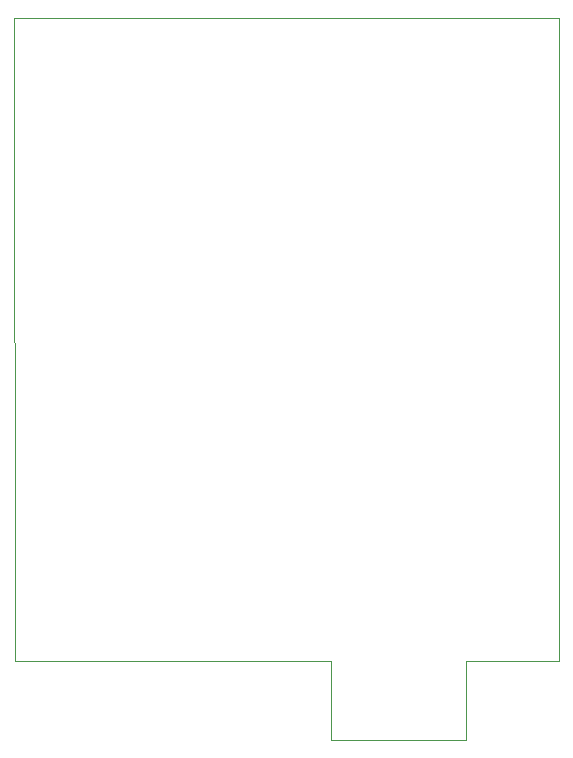
<source format=gbr>
%TF.GenerationSoftware,KiCad,Pcbnew,9.0.0*%
%TF.CreationDate,2025-03-20T21:32:39+01:00*%
%TF.ProjectId,PCB_Module_Payement,5043425f-4d6f-4647-956c-655f50617965,rev?*%
%TF.SameCoordinates,Original*%
%TF.FileFunction,Profile,NP*%
%FSLAX46Y46*%
G04 Gerber Fmt 4.6, Leading zero omitted, Abs format (unit mm)*
G04 Created by KiCad (PCBNEW 9.0.0) date 2025-03-20 21:32:39*
%MOMM*%
%LPD*%
G01*
G04 APERTURE LIST*
%TA.AperFunction,Profile*%
%ADD10C,0.050000*%
%TD*%
G04 APERTURE END LIST*
D10*
X174020000Y-125400000D02*
X181880000Y-125400000D01*
X181880000Y-125400000D02*
X181920000Y-70950000D01*
X174010000Y-132045000D02*
X162620000Y-132045000D01*
X174010000Y-132045000D02*
X174020000Y-125400000D01*
X181920000Y-70950000D02*
X135770000Y-70950000D01*
X162620000Y-125400000D02*
X135820000Y-125410000D01*
X162620000Y-132045000D02*
X162620000Y-125400000D01*
X135770000Y-70950000D02*
X135820000Y-125410000D01*
M02*

</source>
